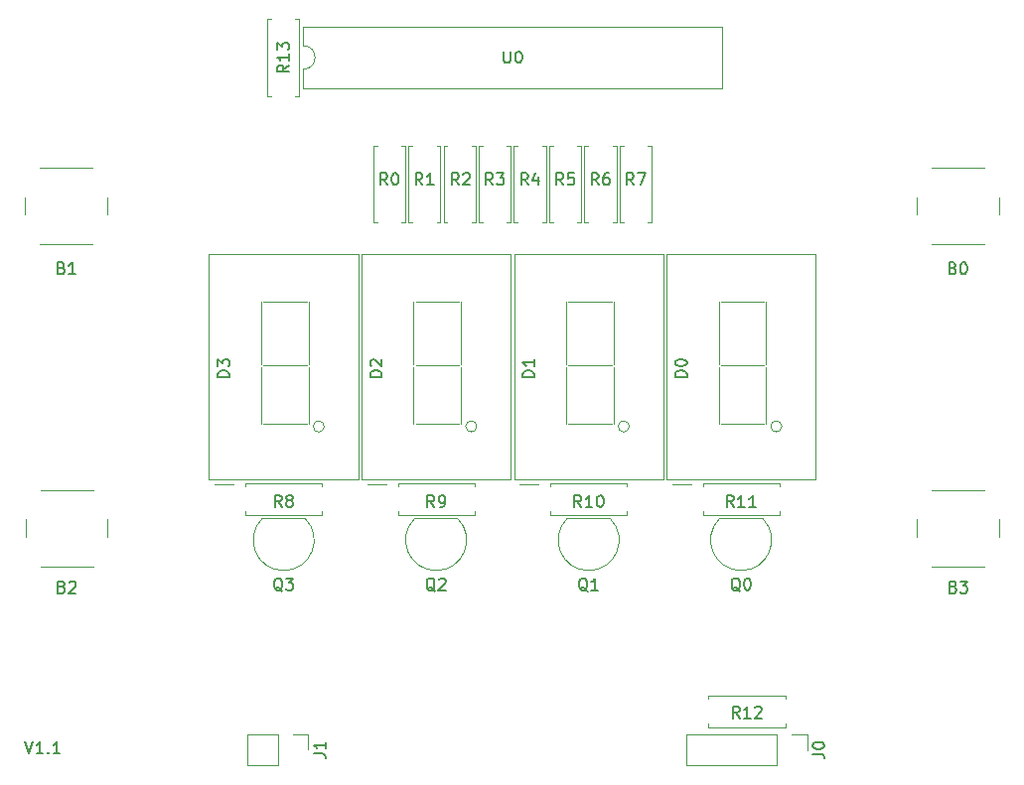
<source format=gbr>
%TF.GenerationSoftware,KiCad,Pcbnew,6.0.7*%
%TF.CreationDate,2022-08-19T20:39:02-07:00*%
%TF.ProjectId,thermometer-digital-min_max-pcb,74686572-6d6f-46d6-9574-65722d646967,rev?*%
%TF.SameCoordinates,Original*%
%TF.FileFunction,Legend,Top*%
%TF.FilePolarity,Positive*%
%FSLAX46Y46*%
G04 Gerber Fmt 4.6, Leading zero omitted, Abs format (unit mm)*
G04 Created by KiCad (PCBNEW 6.0.7) date 2022-08-19 20:39:02*
%MOMM*%
%LPD*%
G01*
G04 APERTURE LIST*
%ADD10C,0.150000*%
%ADD11C,0.120000*%
G04 APERTURE END LIST*
D10*
X110476190Y-109452380D02*
X110809523Y-110452380D01*
X111142857Y-109452380D01*
X112000000Y-110452380D02*
X111428571Y-110452380D01*
X111714285Y-110452380D02*
X111714285Y-109452380D01*
X111619047Y-109595238D01*
X111523809Y-109690476D01*
X111428571Y-109738095D01*
X112428571Y-110357142D02*
X112476190Y-110404761D01*
X112428571Y-110452380D01*
X112380952Y-110404761D01*
X112428571Y-110357142D01*
X112428571Y-110452380D01*
X113428571Y-110452380D02*
X112857142Y-110452380D01*
X113142857Y-110452380D02*
X113142857Y-109452380D01*
X113047619Y-109595238D01*
X112952380Y-109690476D01*
X112857142Y-109738095D01*
%TO.C,R4*%
X153333333Y-61952380D02*
X153000000Y-61476190D01*
X152761904Y-61952380D02*
X152761904Y-60952380D01*
X153142857Y-60952380D01*
X153238095Y-61000000D01*
X153285714Y-61047619D01*
X153333333Y-61142857D01*
X153333333Y-61285714D01*
X153285714Y-61380952D01*
X153238095Y-61428571D01*
X153142857Y-61476190D01*
X152761904Y-61476190D01*
X154190476Y-61285714D02*
X154190476Y-61952380D01*
X153952380Y-60904761D02*
X153714285Y-61619047D01*
X154333333Y-61619047D01*
%TO.C,R0*%
X141333333Y-61952380D02*
X141000000Y-61476190D01*
X140761904Y-61952380D02*
X140761904Y-60952380D01*
X141142857Y-60952380D01*
X141238095Y-61000000D01*
X141285714Y-61047619D01*
X141333333Y-61142857D01*
X141333333Y-61285714D01*
X141285714Y-61380952D01*
X141238095Y-61428571D01*
X141142857Y-61476190D01*
X140761904Y-61476190D01*
X141952380Y-60952380D02*
X142047619Y-60952380D01*
X142142857Y-61000000D01*
X142190476Y-61047619D01*
X142238095Y-61142857D01*
X142285714Y-61333333D01*
X142285714Y-61571428D01*
X142238095Y-61761904D01*
X142190476Y-61857142D01*
X142142857Y-61904761D01*
X142047619Y-61952380D01*
X141952380Y-61952380D01*
X141857142Y-61904761D01*
X141809523Y-61857142D01*
X141761904Y-61761904D01*
X141714285Y-61571428D01*
X141714285Y-61333333D01*
X141761904Y-61142857D01*
X141809523Y-61047619D01*
X141857142Y-61000000D01*
X141952380Y-60952380D01*
%TO.C,J1*%
X135057380Y-110473333D02*
X135771666Y-110473333D01*
X135914523Y-110520952D01*
X136009761Y-110616190D01*
X136057380Y-110759047D01*
X136057380Y-110854285D01*
X136057380Y-109473333D02*
X136057380Y-110044761D01*
X136057380Y-109759047D02*
X135057380Y-109759047D01*
X135200238Y-109854285D01*
X135295476Y-109949523D01*
X135343095Y-110044761D01*
%TO.C,D2*%
X140872380Y-78360595D02*
X139872380Y-78360595D01*
X139872380Y-78122500D01*
X139920000Y-77979642D01*
X140015238Y-77884404D01*
X140110476Y-77836785D01*
X140300952Y-77789166D01*
X140443809Y-77789166D01*
X140634285Y-77836785D01*
X140729523Y-77884404D01*
X140824761Y-77979642D01*
X140872380Y-78122500D01*
X140872380Y-78360595D01*
X139967619Y-77408214D02*
X139920000Y-77360595D01*
X139872380Y-77265357D01*
X139872380Y-77027261D01*
X139920000Y-76932023D01*
X139967619Y-76884404D01*
X140062857Y-76836785D01*
X140158095Y-76836785D01*
X140300952Y-76884404D01*
X140872380Y-77455833D01*
X140872380Y-76836785D01*
%TO.C,R9*%
X145333333Y-89452380D02*
X145000000Y-88976190D01*
X144761904Y-89452380D02*
X144761904Y-88452380D01*
X145142857Y-88452380D01*
X145238095Y-88500000D01*
X145285714Y-88547619D01*
X145333333Y-88642857D01*
X145333333Y-88785714D01*
X145285714Y-88880952D01*
X145238095Y-88928571D01*
X145142857Y-88976190D01*
X144761904Y-88976190D01*
X145809523Y-89452380D02*
X146000000Y-89452380D01*
X146095238Y-89404761D01*
X146142857Y-89357142D01*
X146238095Y-89214285D01*
X146285714Y-89023809D01*
X146285714Y-88642857D01*
X146238095Y-88547619D01*
X146190476Y-88500000D01*
X146095238Y-88452380D01*
X145904761Y-88452380D01*
X145809523Y-88500000D01*
X145761904Y-88547619D01*
X145714285Y-88642857D01*
X145714285Y-88880952D01*
X145761904Y-88976190D01*
X145809523Y-89023809D01*
X145904761Y-89071428D01*
X146095238Y-89071428D01*
X146190476Y-89023809D01*
X146238095Y-88976190D01*
X146285714Y-88880952D01*
%TO.C,D0*%
X166872380Y-78360595D02*
X165872380Y-78360595D01*
X165872380Y-78122500D01*
X165920000Y-77979642D01*
X166015238Y-77884404D01*
X166110476Y-77836785D01*
X166300952Y-77789166D01*
X166443809Y-77789166D01*
X166634285Y-77836785D01*
X166729523Y-77884404D01*
X166824761Y-77979642D01*
X166872380Y-78122500D01*
X166872380Y-78360595D01*
X165872380Y-77170119D02*
X165872380Y-77074880D01*
X165920000Y-76979642D01*
X165967619Y-76932023D01*
X166062857Y-76884404D01*
X166253333Y-76836785D01*
X166491428Y-76836785D01*
X166681904Y-76884404D01*
X166777142Y-76932023D01*
X166824761Y-76979642D01*
X166872380Y-77074880D01*
X166872380Y-77170119D01*
X166824761Y-77265357D01*
X166777142Y-77312976D01*
X166681904Y-77360595D01*
X166491428Y-77408214D01*
X166253333Y-77408214D01*
X166062857Y-77360595D01*
X165967619Y-77312976D01*
X165920000Y-77265357D01*
X165872380Y-77170119D01*
%TO.C,R1*%
X144333333Y-61952380D02*
X144000000Y-61476190D01*
X143761904Y-61952380D02*
X143761904Y-60952380D01*
X144142857Y-60952380D01*
X144238095Y-61000000D01*
X144285714Y-61047619D01*
X144333333Y-61142857D01*
X144333333Y-61285714D01*
X144285714Y-61380952D01*
X144238095Y-61428571D01*
X144142857Y-61476190D01*
X143761904Y-61476190D01*
X145285714Y-61952380D02*
X144714285Y-61952380D01*
X145000000Y-61952380D02*
X145000000Y-60952380D01*
X144904761Y-61095238D01*
X144809523Y-61190476D01*
X144714285Y-61238095D01*
%TO.C,U0*%
X151248095Y-50552380D02*
X151248095Y-51361904D01*
X151295714Y-51457142D01*
X151343333Y-51504761D01*
X151438571Y-51552380D01*
X151629047Y-51552380D01*
X151724285Y-51504761D01*
X151771904Y-51457142D01*
X151819523Y-51361904D01*
X151819523Y-50552380D01*
X152486190Y-50552380D02*
X152581428Y-50552380D01*
X152676666Y-50600000D01*
X152724285Y-50647619D01*
X152771904Y-50742857D01*
X152819523Y-50933333D01*
X152819523Y-51171428D01*
X152771904Y-51361904D01*
X152724285Y-51457142D01*
X152676666Y-51504761D01*
X152581428Y-51552380D01*
X152486190Y-51552380D01*
X152390952Y-51504761D01*
X152343333Y-51457142D01*
X152295714Y-51361904D01*
X152248095Y-51171428D01*
X152248095Y-50933333D01*
X152295714Y-50742857D01*
X152343333Y-50647619D01*
X152390952Y-50600000D01*
X152486190Y-50552380D01*
%TO.C,R8*%
X132333333Y-89452380D02*
X132000000Y-88976190D01*
X131761904Y-89452380D02*
X131761904Y-88452380D01*
X132142857Y-88452380D01*
X132238095Y-88500000D01*
X132285714Y-88547619D01*
X132333333Y-88642857D01*
X132333333Y-88785714D01*
X132285714Y-88880952D01*
X132238095Y-88928571D01*
X132142857Y-88976190D01*
X131761904Y-88976190D01*
X132904761Y-88880952D02*
X132809523Y-88833333D01*
X132761904Y-88785714D01*
X132714285Y-88690476D01*
X132714285Y-88642857D01*
X132761904Y-88547619D01*
X132809523Y-88500000D01*
X132904761Y-88452380D01*
X133095238Y-88452380D01*
X133190476Y-88500000D01*
X133238095Y-88547619D01*
X133285714Y-88642857D01*
X133285714Y-88690476D01*
X133238095Y-88785714D01*
X133190476Y-88833333D01*
X133095238Y-88880952D01*
X132904761Y-88880952D01*
X132809523Y-88928571D01*
X132761904Y-88976190D01*
X132714285Y-89071428D01*
X132714285Y-89261904D01*
X132761904Y-89357142D01*
X132809523Y-89404761D01*
X132904761Y-89452380D01*
X133095238Y-89452380D01*
X133190476Y-89404761D01*
X133238095Y-89357142D01*
X133285714Y-89261904D01*
X133285714Y-89071428D01*
X133238095Y-88976190D01*
X133190476Y-88928571D01*
X133095238Y-88880952D01*
%TO.C,Q2*%
X145404761Y-96617619D02*
X145309523Y-96570000D01*
X145214285Y-96474761D01*
X145071428Y-96331904D01*
X144976190Y-96284285D01*
X144880952Y-96284285D01*
X144928571Y-96522380D02*
X144833333Y-96474761D01*
X144738095Y-96379523D01*
X144690476Y-96189047D01*
X144690476Y-95855714D01*
X144738095Y-95665238D01*
X144833333Y-95570000D01*
X144928571Y-95522380D01*
X145119047Y-95522380D01*
X145214285Y-95570000D01*
X145309523Y-95665238D01*
X145357142Y-95855714D01*
X145357142Y-96189047D01*
X145309523Y-96379523D01*
X145214285Y-96474761D01*
X145119047Y-96522380D01*
X144928571Y-96522380D01*
X145738095Y-95617619D02*
X145785714Y-95570000D01*
X145880952Y-95522380D01*
X146119047Y-95522380D01*
X146214285Y-95570000D01*
X146261904Y-95617619D01*
X146309523Y-95712857D01*
X146309523Y-95808095D01*
X146261904Y-95950952D01*
X145690476Y-96522380D01*
X146309523Y-96522380D01*
%TO.C,R13*%
X132952380Y-51742857D02*
X132476190Y-52076190D01*
X132952380Y-52314285D02*
X131952380Y-52314285D01*
X131952380Y-51933333D01*
X132000000Y-51838095D01*
X132047619Y-51790476D01*
X132142857Y-51742857D01*
X132285714Y-51742857D01*
X132380952Y-51790476D01*
X132428571Y-51838095D01*
X132476190Y-51933333D01*
X132476190Y-52314285D01*
X132952380Y-50790476D02*
X132952380Y-51361904D01*
X132952380Y-51076190D02*
X131952380Y-51076190D01*
X132095238Y-51171428D01*
X132190476Y-51266666D01*
X132238095Y-51361904D01*
X131952380Y-50457142D02*
X131952380Y-49838095D01*
X132333333Y-50171428D01*
X132333333Y-50028571D01*
X132380952Y-49933333D01*
X132428571Y-49885714D01*
X132523809Y-49838095D01*
X132761904Y-49838095D01*
X132857142Y-49885714D01*
X132904761Y-49933333D01*
X132952380Y-50028571D01*
X132952380Y-50314285D01*
X132904761Y-50409523D01*
X132857142Y-50457142D01*
%TO.C,R10*%
X157857142Y-89452380D02*
X157523809Y-88976190D01*
X157285714Y-89452380D02*
X157285714Y-88452380D01*
X157666666Y-88452380D01*
X157761904Y-88500000D01*
X157809523Y-88547619D01*
X157857142Y-88642857D01*
X157857142Y-88785714D01*
X157809523Y-88880952D01*
X157761904Y-88928571D01*
X157666666Y-88976190D01*
X157285714Y-88976190D01*
X158809523Y-89452380D02*
X158238095Y-89452380D01*
X158523809Y-89452380D02*
X158523809Y-88452380D01*
X158428571Y-88595238D01*
X158333333Y-88690476D01*
X158238095Y-88738095D01*
X159428571Y-88452380D02*
X159523809Y-88452380D01*
X159619047Y-88500000D01*
X159666666Y-88547619D01*
X159714285Y-88642857D01*
X159761904Y-88833333D01*
X159761904Y-89071428D01*
X159714285Y-89261904D01*
X159666666Y-89357142D01*
X159619047Y-89404761D01*
X159523809Y-89452380D01*
X159428571Y-89452380D01*
X159333333Y-89404761D01*
X159285714Y-89357142D01*
X159238095Y-89261904D01*
X159190476Y-89071428D01*
X159190476Y-88833333D01*
X159238095Y-88642857D01*
X159285714Y-88547619D01*
X159333333Y-88500000D01*
X159428571Y-88452380D01*
%TO.C,R5*%
X156333333Y-61952380D02*
X156000000Y-61476190D01*
X155761904Y-61952380D02*
X155761904Y-60952380D01*
X156142857Y-60952380D01*
X156238095Y-61000000D01*
X156285714Y-61047619D01*
X156333333Y-61142857D01*
X156333333Y-61285714D01*
X156285714Y-61380952D01*
X156238095Y-61428571D01*
X156142857Y-61476190D01*
X155761904Y-61476190D01*
X157238095Y-60952380D02*
X156761904Y-60952380D01*
X156714285Y-61428571D01*
X156761904Y-61380952D01*
X156857142Y-61333333D01*
X157095238Y-61333333D01*
X157190476Y-61380952D01*
X157238095Y-61428571D01*
X157285714Y-61523809D01*
X157285714Y-61761904D01*
X157238095Y-61857142D01*
X157190476Y-61904761D01*
X157095238Y-61952380D01*
X156857142Y-61952380D01*
X156761904Y-61904761D01*
X156714285Y-61857142D01*
%TO.C,R3*%
X150333333Y-61952380D02*
X150000000Y-61476190D01*
X149761904Y-61952380D02*
X149761904Y-60952380D01*
X150142857Y-60952380D01*
X150238095Y-61000000D01*
X150285714Y-61047619D01*
X150333333Y-61142857D01*
X150333333Y-61285714D01*
X150285714Y-61380952D01*
X150238095Y-61428571D01*
X150142857Y-61476190D01*
X149761904Y-61476190D01*
X150666666Y-60952380D02*
X151285714Y-60952380D01*
X150952380Y-61333333D01*
X151095238Y-61333333D01*
X151190476Y-61380952D01*
X151238095Y-61428571D01*
X151285714Y-61523809D01*
X151285714Y-61761904D01*
X151238095Y-61857142D01*
X151190476Y-61904761D01*
X151095238Y-61952380D01*
X150809523Y-61952380D01*
X150714285Y-61904761D01*
X150666666Y-61857142D01*
%TO.C,B0*%
X189555238Y-69048571D02*
X189698095Y-69096190D01*
X189745714Y-69143809D01*
X189793333Y-69239047D01*
X189793333Y-69381904D01*
X189745714Y-69477142D01*
X189698095Y-69524761D01*
X189602857Y-69572380D01*
X189221904Y-69572380D01*
X189221904Y-68572380D01*
X189555238Y-68572380D01*
X189650476Y-68620000D01*
X189698095Y-68667619D01*
X189745714Y-68762857D01*
X189745714Y-68858095D01*
X189698095Y-68953333D01*
X189650476Y-69000952D01*
X189555238Y-69048571D01*
X189221904Y-69048571D01*
X190412380Y-68572380D02*
X190507619Y-68572380D01*
X190602857Y-68620000D01*
X190650476Y-68667619D01*
X190698095Y-68762857D01*
X190745714Y-68953333D01*
X190745714Y-69191428D01*
X190698095Y-69381904D01*
X190650476Y-69477142D01*
X190602857Y-69524761D01*
X190507619Y-69572380D01*
X190412380Y-69572380D01*
X190317142Y-69524761D01*
X190269523Y-69477142D01*
X190221904Y-69381904D01*
X190174285Y-69191428D01*
X190174285Y-68953333D01*
X190221904Y-68762857D01*
X190269523Y-68667619D01*
X190317142Y-68620000D01*
X190412380Y-68572380D01*
%TO.C,B3*%
X189595238Y-96258571D02*
X189738095Y-96306190D01*
X189785714Y-96353809D01*
X189833333Y-96449047D01*
X189833333Y-96591904D01*
X189785714Y-96687142D01*
X189738095Y-96734761D01*
X189642857Y-96782380D01*
X189261904Y-96782380D01*
X189261904Y-95782380D01*
X189595238Y-95782380D01*
X189690476Y-95830000D01*
X189738095Y-95877619D01*
X189785714Y-95972857D01*
X189785714Y-96068095D01*
X189738095Y-96163333D01*
X189690476Y-96210952D01*
X189595238Y-96258571D01*
X189261904Y-96258571D01*
X190166666Y-95782380D02*
X190785714Y-95782380D01*
X190452380Y-96163333D01*
X190595238Y-96163333D01*
X190690476Y-96210952D01*
X190738095Y-96258571D01*
X190785714Y-96353809D01*
X190785714Y-96591904D01*
X190738095Y-96687142D01*
X190690476Y-96734761D01*
X190595238Y-96782380D01*
X190309523Y-96782380D01*
X190214285Y-96734761D01*
X190166666Y-96687142D01*
%TO.C,R11*%
X170857142Y-89452380D02*
X170523809Y-88976190D01*
X170285714Y-89452380D02*
X170285714Y-88452380D01*
X170666666Y-88452380D01*
X170761904Y-88500000D01*
X170809523Y-88547619D01*
X170857142Y-88642857D01*
X170857142Y-88785714D01*
X170809523Y-88880952D01*
X170761904Y-88928571D01*
X170666666Y-88976190D01*
X170285714Y-88976190D01*
X171809523Y-89452380D02*
X171238095Y-89452380D01*
X171523809Y-89452380D02*
X171523809Y-88452380D01*
X171428571Y-88595238D01*
X171333333Y-88690476D01*
X171238095Y-88738095D01*
X172761904Y-89452380D02*
X172190476Y-89452380D01*
X172476190Y-89452380D02*
X172476190Y-88452380D01*
X172380952Y-88595238D01*
X172285714Y-88690476D01*
X172190476Y-88738095D01*
%TO.C,R6*%
X159333333Y-61952380D02*
X159000000Y-61476190D01*
X158761904Y-61952380D02*
X158761904Y-60952380D01*
X159142857Y-60952380D01*
X159238095Y-61000000D01*
X159285714Y-61047619D01*
X159333333Y-61142857D01*
X159333333Y-61285714D01*
X159285714Y-61380952D01*
X159238095Y-61428571D01*
X159142857Y-61476190D01*
X158761904Y-61476190D01*
X160190476Y-60952380D02*
X160000000Y-60952380D01*
X159904761Y-61000000D01*
X159857142Y-61047619D01*
X159761904Y-61190476D01*
X159714285Y-61380952D01*
X159714285Y-61761904D01*
X159761904Y-61857142D01*
X159809523Y-61904761D01*
X159904761Y-61952380D01*
X160095238Y-61952380D01*
X160190476Y-61904761D01*
X160238095Y-61857142D01*
X160285714Y-61761904D01*
X160285714Y-61523809D01*
X160238095Y-61428571D01*
X160190476Y-61380952D01*
X160095238Y-61333333D01*
X159904761Y-61333333D01*
X159809523Y-61380952D01*
X159761904Y-61428571D01*
X159714285Y-61523809D01*
%TO.C,B2*%
X113595238Y-96258571D02*
X113738095Y-96306190D01*
X113785714Y-96353809D01*
X113833333Y-96449047D01*
X113833333Y-96591904D01*
X113785714Y-96687142D01*
X113738095Y-96734761D01*
X113642857Y-96782380D01*
X113261904Y-96782380D01*
X113261904Y-95782380D01*
X113595238Y-95782380D01*
X113690476Y-95830000D01*
X113738095Y-95877619D01*
X113785714Y-95972857D01*
X113785714Y-96068095D01*
X113738095Y-96163333D01*
X113690476Y-96210952D01*
X113595238Y-96258571D01*
X113261904Y-96258571D01*
X114214285Y-95877619D02*
X114261904Y-95830000D01*
X114357142Y-95782380D01*
X114595238Y-95782380D01*
X114690476Y-95830000D01*
X114738095Y-95877619D01*
X114785714Y-95972857D01*
X114785714Y-96068095D01*
X114738095Y-96210952D01*
X114166666Y-96782380D01*
X114785714Y-96782380D01*
%TO.C,Q3*%
X132404761Y-96617619D02*
X132309523Y-96570000D01*
X132214285Y-96474761D01*
X132071428Y-96331904D01*
X131976190Y-96284285D01*
X131880952Y-96284285D01*
X131928571Y-96522380D02*
X131833333Y-96474761D01*
X131738095Y-96379523D01*
X131690476Y-96189047D01*
X131690476Y-95855714D01*
X131738095Y-95665238D01*
X131833333Y-95570000D01*
X131928571Y-95522380D01*
X132119047Y-95522380D01*
X132214285Y-95570000D01*
X132309523Y-95665238D01*
X132357142Y-95855714D01*
X132357142Y-96189047D01*
X132309523Y-96379523D01*
X132214285Y-96474761D01*
X132119047Y-96522380D01*
X131928571Y-96522380D01*
X132690476Y-95522380D02*
X133309523Y-95522380D01*
X132976190Y-95903333D01*
X133119047Y-95903333D01*
X133214285Y-95950952D01*
X133261904Y-95998571D01*
X133309523Y-96093809D01*
X133309523Y-96331904D01*
X133261904Y-96427142D01*
X133214285Y-96474761D01*
X133119047Y-96522380D01*
X132833333Y-96522380D01*
X132738095Y-96474761D01*
X132690476Y-96427142D01*
%TO.C,D3*%
X127872380Y-78360595D02*
X126872380Y-78360595D01*
X126872380Y-78122500D01*
X126920000Y-77979642D01*
X127015238Y-77884404D01*
X127110476Y-77836785D01*
X127300952Y-77789166D01*
X127443809Y-77789166D01*
X127634285Y-77836785D01*
X127729523Y-77884404D01*
X127824761Y-77979642D01*
X127872380Y-78122500D01*
X127872380Y-78360595D01*
X126872380Y-77455833D02*
X126872380Y-76836785D01*
X127253333Y-77170119D01*
X127253333Y-77027261D01*
X127300952Y-76932023D01*
X127348571Y-76884404D01*
X127443809Y-76836785D01*
X127681904Y-76836785D01*
X127777142Y-76884404D01*
X127824761Y-76932023D01*
X127872380Y-77027261D01*
X127872380Y-77312976D01*
X127824761Y-77408214D01*
X127777142Y-77455833D01*
%TO.C,B1*%
X113555238Y-69048571D02*
X113698095Y-69096190D01*
X113745714Y-69143809D01*
X113793333Y-69239047D01*
X113793333Y-69381904D01*
X113745714Y-69477142D01*
X113698095Y-69524761D01*
X113602857Y-69572380D01*
X113221904Y-69572380D01*
X113221904Y-68572380D01*
X113555238Y-68572380D01*
X113650476Y-68620000D01*
X113698095Y-68667619D01*
X113745714Y-68762857D01*
X113745714Y-68858095D01*
X113698095Y-68953333D01*
X113650476Y-69000952D01*
X113555238Y-69048571D01*
X113221904Y-69048571D01*
X114745714Y-69572380D02*
X114174285Y-69572380D01*
X114460000Y-69572380D02*
X114460000Y-68572380D01*
X114364761Y-68715238D01*
X114269523Y-68810476D01*
X114174285Y-68858095D01*
%TO.C,R7*%
X162333333Y-61952380D02*
X162000000Y-61476190D01*
X161761904Y-61952380D02*
X161761904Y-60952380D01*
X162142857Y-60952380D01*
X162238095Y-61000000D01*
X162285714Y-61047619D01*
X162333333Y-61142857D01*
X162333333Y-61285714D01*
X162285714Y-61380952D01*
X162238095Y-61428571D01*
X162142857Y-61476190D01*
X161761904Y-61476190D01*
X162666666Y-60952380D02*
X163333333Y-60952380D01*
X162904761Y-61952380D01*
%TO.C,Q1*%
X158404761Y-96617619D02*
X158309523Y-96570000D01*
X158214285Y-96474761D01*
X158071428Y-96331904D01*
X157976190Y-96284285D01*
X157880952Y-96284285D01*
X157928571Y-96522380D02*
X157833333Y-96474761D01*
X157738095Y-96379523D01*
X157690476Y-96189047D01*
X157690476Y-95855714D01*
X157738095Y-95665238D01*
X157833333Y-95570000D01*
X157928571Y-95522380D01*
X158119047Y-95522380D01*
X158214285Y-95570000D01*
X158309523Y-95665238D01*
X158357142Y-95855714D01*
X158357142Y-96189047D01*
X158309523Y-96379523D01*
X158214285Y-96474761D01*
X158119047Y-96522380D01*
X157928571Y-96522380D01*
X159309523Y-96522380D02*
X158738095Y-96522380D01*
X159023809Y-96522380D02*
X159023809Y-95522380D01*
X158928571Y-95665238D01*
X158833333Y-95760476D01*
X158738095Y-95808095D01*
%TO.C,R12*%
X171357142Y-107452380D02*
X171023809Y-106976190D01*
X170785714Y-107452380D02*
X170785714Y-106452380D01*
X171166666Y-106452380D01*
X171261904Y-106500000D01*
X171309523Y-106547619D01*
X171357142Y-106642857D01*
X171357142Y-106785714D01*
X171309523Y-106880952D01*
X171261904Y-106928571D01*
X171166666Y-106976190D01*
X170785714Y-106976190D01*
X172309523Y-107452380D02*
X171738095Y-107452380D01*
X172023809Y-107452380D02*
X172023809Y-106452380D01*
X171928571Y-106595238D01*
X171833333Y-106690476D01*
X171738095Y-106738095D01*
X172690476Y-106547619D02*
X172738095Y-106500000D01*
X172833333Y-106452380D01*
X173071428Y-106452380D01*
X173166666Y-106500000D01*
X173214285Y-106547619D01*
X173261904Y-106642857D01*
X173261904Y-106738095D01*
X173214285Y-106880952D01*
X172642857Y-107452380D01*
X173261904Y-107452380D01*
%TO.C,J0*%
X177582380Y-110503333D02*
X178296666Y-110503333D01*
X178439523Y-110550952D01*
X178534761Y-110646190D01*
X178582380Y-110789047D01*
X178582380Y-110884285D01*
X177582380Y-109836666D02*
X177582380Y-109741428D01*
X177630000Y-109646190D01*
X177677619Y-109598571D01*
X177772857Y-109550952D01*
X177963333Y-109503333D01*
X178201428Y-109503333D01*
X178391904Y-109550952D01*
X178487142Y-109598571D01*
X178534761Y-109646190D01*
X178582380Y-109741428D01*
X178582380Y-109836666D01*
X178534761Y-109931904D01*
X178487142Y-109979523D01*
X178391904Y-110027142D01*
X178201428Y-110074761D01*
X177963333Y-110074761D01*
X177772857Y-110027142D01*
X177677619Y-109979523D01*
X177630000Y-109931904D01*
X177582380Y-109836666D01*
%TO.C,D1*%
X153872380Y-78360595D02*
X152872380Y-78360595D01*
X152872380Y-78122500D01*
X152920000Y-77979642D01*
X153015238Y-77884404D01*
X153110476Y-77836785D01*
X153300952Y-77789166D01*
X153443809Y-77789166D01*
X153634285Y-77836785D01*
X153729523Y-77884404D01*
X153824761Y-77979642D01*
X153872380Y-78122500D01*
X153872380Y-78360595D01*
X153872380Y-76836785D02*
X153872380Y-77408214D01*
X153872380Y-77122500D02*
X152872380Y-77122500D01*
X153015238Y-77217738D01*
X153110476Y-77312976D01*
X153158095Y-77408214D01*
%TO.C,Q0*%
X171404761Y-96617619D02*
X171309523Y-96570000D01*
X171214285Y-96474761D01*
X171071428Y-96331904D01*
X170976190Y-96284285D01*
X170880952Y-96284285D01*
X170928571Y-96522380D02*
X170833333Y-96474761D01*
X170738095Y-96379523D01*
X170690476Y-96189047D01*
X170690476Y-95855714D01*
X170738095Y-95665238D01*
X170833333Y-95570000D01*
X170928571Y-95522380D01*
X171119047Y-95522380D01*
X171214285Y-95570000D01*
X171309523Y-95665238D01*
X171357142Y-95855714D01*
X171357142Y-96189047D01*
X171309523Y-96379523D01*
X171214285Y-96474761D01*
X171119047Y-96522380D01*
X170928571Y-96522380D01*
X171976190Y-95522380D02*
X172071428Y-95522380D01*
X172166666Y-95570000D01*
X172214285Y-95617619D01*
X172261904Y-95712857D01*
X172309523Y-95903333D01*
X172309523Y-96141428D01*
X172261904Y-96331904D01*
X172214285Y-96427142D01*
X172166666Y-96474761D01*
X172071428Y-96522380D01*
X171976190Y-96522380D01*
X171880952Y-96474761D01*
X171833333Y-96427142D01*
X171785714Y-96331904D01*
X171738095Y-96141428D01*
X171738095Y-95903333D01*
X171785714Y-95712857D01*
X171833333Y-95617619D01*
X171880952Y-95570000D01*
X171976190Y-95522380D01*
%TO.C,R2*%
X147433333Y-61952380D02*
X147100000Y-61476190D01*
X146861904Y-61952380D02*
X146861904Y-60952380D01*
X147242857Y-60952380D01*
X147338095Y-61000000D01*
X147385714Y-61047619D01*
X147433333Y-61142857D01*
X147433333Y-61285714D01*
X147385714Y-61380952D01*
X147338095Y-61428571D01*
X147242857Y-61476190D01*
X146861904Y-61476190D01*
X147814285Y-61047619D02*
X147861904Y-61000000D01*
X147957142Y-60952380D01*
X148195238Y-60952380D01*
X148290476Y-61000000D01*
X148338095Y-61047619D01*
X148385714Y-61142857D01*
X148385714Y-61238095D01*
X148338095Y-61380952D01*
X147766666Y-61952380D01*
X148385714Y-61952380D01*
D11*
%TO.C,R4*%
X154870000Y-65160000D02*
X154540000Y-65160000D01*
X154540000Y-58620000D02*
X154870000Y-58620000D01*
X152130000Y-58620000D02*
X152130000Y-65160000D01*
X154870000Y-58620000D02*
X154870000Y-65160000D01*
X152130000Y-65160000D02*
X152460000Y-65160000D01*
X152460000Y-58620000D02*
X152130000Y-58620000D01*
%TO.C,R0*%
X140130000Y-58620000D02*
X140130000Y-65160000D01*
X140460000Y-58620000D02*
X140130000Y-58620000D01*
X142540000Y-58620000D02*
X142870000Y-58620000D01*
X142870000Y-58620000D02*
X142870000Y-65160000D01*
X140130000Y-65160000D02*
X140460000Y-65160000D01*
X142870000Y-65160000D02*
X142540000Y-65160000D01*
%TO.C,J1*%
X132005000Y-111470000D02*
X129405000Y-111470000D01*
X132005000Y-108810000D02*
X129405000Y-108810000D01*
X129405000Y-108810000D02*
X129405000Y-111470000D01*
X133275000Y-108810000D02*
X134605000Y-108810000D01*
X132005000Y-108810000D02*
X132005000Y-111470000D01*
X134605000Y-108810000D02*
X134605000Y-110140000D01*
%TO.C,D2*%
X139620000Y-87460000D02*
X141230000Y-87460000D01*
X143579400Y-77474000D02*
X143579400Y-82376200D01*
X139140000Y-67890000D02*
X151860000Y-67890000D01*
X151860000Y-67890000D02*
X151860000Y-87110000D01*
X147618000Y-77474000D02*
X147618000Y-82376200D01*
X139140000Y-87110000D02*
X151860000Y-87110000D01*
X139140000Y-67890000D02*
X139140000Y-87110000D01*
X143579400Y-71936800D02*
X143579400Y-77296200D01*
X143757200Y-71911400D02*
X147440200Y-71911400D01*
X147618000Y-71936800D02*
X147618000Y-77296200D01*
X143757200Y-82376200D02*
X147440200Y-82376200D01*
X143757200Y-77372400D02*
X147440200Y-77372400D01*
X148962467Y-82562467D02*
G75*
G03*
X148962467Y-82562467I-472467J0D01*
G01*
%TO.C,R9*%
X142230000Y-87380000D02*
X142230000Y-87710000D01*
X148770000Y-90120000D02*
X142230000Y-90120000D01*
X142230000Y-90120000D02*
X142230000Y-89790000D01*
X148770000Y-87710000D02*
X148770000Y-87380000D01*
X148770000Y-87380000D02*
X142230000Y-87380000D01*
X148770000Y-89790000D02*
X148770000Y-90120000D01*
%TO.C,D0*%
X169757200Y-77372400D02*
X173440200Y-77372400D01*
X177860000Y-67890000D02*
X177860000Y-87110000D01*
X169757200Y-71911400D02*
X173440200Y-71911400D01*
X165140000Y-87110000D02*
X177860000Y-87110000D01*
X169579400Y-71936800D02*
X169579400Y-77296200D01*
X173618000Y-71936800D02*
X173618000Y-77296200D01*
X165140000Y-67890000D02*
X177860000Y-67890000D01*
X173618000Y-77474000D02*
X173618000Y-82376200D01*
X169757200Y-82376200D02*
X173440200Y-82376200D01*
X165620000Y-87460000D02*
X167230000Y-87460000D01*
X169579400Y-77474000D02*
X169579400Y-82376200D01*
X165140000Y-67890000D02*
X165140000Y-87110000D01*
X174962467Y-82562467D02*
G75*
G03*
X174962467Y-82562467I-472467J0D01*
G01*
%TO.C,R1*%
X145870000Y-58620000D02*
X145870000Y-65160000D01*
X145870000Y-65160000D02*
X145540000Y-65160000D01*
X145540000Y-58620000D02*
X145870000Y-58620000D01*
X143130000Y-65160000D02*
X143460000Y-65160000D01*
X143130000Y-58620000D02*
X143130000Y-65160000D01*
X143460000Y-58620000D02*
X143130000Y-58620000D01*
%TO.C,U0*%
X134170000Y-53740000D02*
X169850000Y-53740000D01*
X134170000Y-52090000D02*
X134170000Y-53740000D01*
X169850000Y-53740000D02*
X169850000Y-48440000D01*
X134170000Y-48440000D02*
X134170000Y-50090000D01*
X169850000Y-48440000D02*
X134170000Y-48440000D01*
X134170000Y-52090000D02*
G75*
G03*
X134170000Y-50090000I0J1000000D01*
G01*
%TO.C,R8*%
X135770000Y-90120000D02*
X129230000Y-90120000D01*
X135770000Y-87380000D02*
X129230000Y-87380000D01*
X129230000Y-87380000D02*
X129230000Y-87710000D01*
X135770000Y-89790000D02*
X135770000Y-90120000D01*
X129230000Y-90120000D02*
X129230000Y-89790000D01*
X135770000Y-87710000D02*
X135770000Y-87380000D01*
%TO.C,Q2*%
X147300000Y-90410000D02*
X143700000Y-90410000D01*
X145500000Y-94860001D02*
G75*
G03*
X147338478Y-90421522I0J2600001D01*
G01*
X143661522Y-90421522D02*
G75*
G03*
X145500000Y-94860000I1838478J-1838478D01*
G01*
%TO.C,R13*%
X133820000Y-54370000D02*
X133820000Y-47830000D01*
X131080000Y-54370000D02*
X131080000Y-47830000D01*
X131410000Y-54370000D02*
X131080000Y-54370000D01*
X131080000Y-47830000D02*
X131410000Y-47830000D01*
X133820000Y-47830000D02*
X133490000Y-47830000D01*
X133490000Y-54370000D02*
X133820000Y-54370000D01*
%TO.C,R10*%
X161770000Y-87710000D02*
X161770000Y-87380000D01*
X161770000Y-89790000D02*
X161770000Y-90120000D01*
X161770000Y-90120000D02*
X155230000Y-90120000D01*
X161770000Y-87380000D02*
X155230000Y-87380000D01*
X155230000Y-87380000D02*
X155230000Y-87710000D01*
X155230000Y-90120000D02*
X155230000Y-89790000D01*
%TO.C,R5*%
X155130000Y-58620000D02*
X155130000Y-65160000D01*
X155460000Y-58620000D02*
X155130000Y-58620000D01*
X157540000Y-58620000D02*
X157870000Y-58620000D01*
X157870000Y-58620000D02*
X157870000Y-65160000D01*
X157870000Y-65160000D02*
X157540000Y-65160000D01*
X155130000Y-65160000D02*
X155460000Y-65160000D01*
%TO.C,R3*%
X149460000Y-58620000D02*
X149130000Y-58620000D01*
X151870000Y-58620000D02*
X151870000Y-65160000D01*
X151870000Y-65160000D02*
X151540000Y-65160000D01*
X149130000Y-58620000D02*
X149130000Y-65160000D01*
X149130000Y-65160000D02*
X149460000Y-65160000D01*
X151540000Y-58620000D02*
X151870000Y-58620000D01*
%TO.C,B0*%
X192210000Y-60500000D02*
X187710000Y-60500000D01*
X193460000Y-64500000D02*
X193460000Y-63000000D01*
X187710000Y-67000000D02*
X192210000Y-67000000D01*
X186460000Y-63000000D02*
X186460000Y-64500000D01*
%TO.C,B3*%
X186500000Y-90500000D02*
X186500000Y-92000000D01*
X193500000Y-92000000D02*
X193500000Y-90500000D01*
X192250000Y-88000000D02*
X187750000Y-88000000D01*
X187750000Y-94500000D02*
X192250000Y-94500000D01*
%TO.C,R11*%
X174770000Y-89790000D02*
X174770000Y-90120000D01*
X174770000Y-87710000D02*
X174770000Y-87380000D01*
X174770000Y-87380000D02*
X168230000Y-87380000D01*
X168230000Y-90120000D02*
X168230000Y-89790000D01*
X174770000Y-90120000D02*
X168230000Y-90120000D01*
X168230000Y-87380000D02*
X168230000Y-87710000D01*
%TO.C,R6*%
X160540000Y-58620000D02*
X160870000Y-58620000D01*
X160870000Y-58620000D02*
X160870000Y-65160000D01*
X158130000Y-58620000D02*
X158130000Y-65160000D01*
X160870000Y-65160000D02*
X160540000Y-65160000D01*
X158130000Y-65160000D02*
X158460000Y-65160000D01*
X158460000Y-58620000D02*
X158130000Y-58620000D01*
%TO.C,B2*%
X117500000Y-92000000D02*
X117500000Y-90500000D01*
X116250000Y-88000000D02*
X111750000Y-88000000D01*
X110500000Y-90500000D02*
X110500000Y-92000000D01*
X111750000Y-94500000D02*
X116250000Y-94500000D01*
%TO.C,Q3*%
X134300000Y-90410000D02*
X130700000Y-90410000D01*
X130661522Y-90421522D02*
G75*
G03*
X132500000Y-94860000I1838478J-1838478D01*
G01*
X132500000Y-94860001D02*
G75*
G03*
X134338478Y-90421522I0J2600001D01*
G01*
%TO.C,D3*%
X130757200Y-77372400D02*
X134440200Y-77372400D01*
X130579400Y-77474000D02*
X130579400Y-82376200D01*
X130757200Y-71911400D02*
X134440200Y-71911400D01*
X130579400Y-71936800D02*
X130579400Y-77296200D01*
X126140000Y-67890000D02*
X126140000Y-87110000D01*
X138860000Y-67890000D02*
X138860000Y-87110000D01*
X126140000Y-67890000D02*
X138860000Y-67890000D01*
X130757200Y-82376200D02*
X134440200Y-82376200D01*
X126140000Y-87110000D02*
X138860000Y-87110000D01*
X134618000Y-77474000D02*
X134618000Y-82376200D01*
X134618000Y-71936800D02*
X134618000Y-77296200D01*
X126620000Y-87460000D02*
X128230000Y-87460000D01*
X135962467Y-82562467D02*
G75*
G03*
X135962467Y-82562467I-472467J0D01*
G01*
%TO.C,B1*%
X116210000Y-60500000D02*
X111710000Y-60500000D01*
X117460000Y-64500000D02*
X117460000Y-63000000D01*
X110460000Y-63000000D02*
X110460000Y-64500000D01*
X111710000Y-67000000D02*
X116210000Y-67000000D01*
%TO.C,R7*%
X161460000Y-58620000D02*
X161130000Y-58620000D01*
X163540000Y-58620000D02*
X163870000Y-58620000D01*
X163870000Y-65160000D02*
X163540000Y-65160000D01*
X161130000Y-58620000D02*
X161130000Y-65160000D01*
X161130000Y-65160000D02*
X161460000Y-65160000D01*
X163870000Y-58620000D02*
X163870000Y-65160000D01*
%TO.C,Q1*%
X160300000Y-90410000D02*
X156700000Y-90410000D01*
X158500000Y-94860001D02*
G75*
G03*
X160338478Y-90421522I0J2600001D01*
G01*
X156661522Y-90421522D02*
G75*
G03*
X158500000Y-94860000I1838478J-1838478D01*
G01*
%TO.C,R12*%
X175270000Y-108240000D02*
X175270000Y-107910000D01*
X175270000Y-105500000D02*
X175270000Y-105830000D01*
X168730000Y-105500000D02*
X175270000Y-105500000D01*
X168730000Y-108240000D02*
X175270000Y-108240000D01*
X168730000Y-105830000D02*
X168730000Y-105500000D01*
X168730000Y-107910000D02*
X168730000Y-108240000D01*
%TO.C,J0*%
X166850000Y-108840000D02*
X166850000Y-111500000D01*
X174530000Y-108840000D02*
X166850000Y-108840000D01*
X177130000Y-108840000D02*
X177130000Y-110170000D01*
X175800000Y-108840000D02*
X177130000Y-108840000D01*
X174530000Y-108840000D02*
X174530000Y-111500000D01*
X174530000Y-111500000D02*
X166850000Y-111500000D01*
%TO.C,D1*%
X160618000Y-71936800D02*
X160618000Y-77296200D01*
X152140000Y-67890000D02*
X152140000Y-87110000D01*
X152620000Y-87460000D02*
X154230000Y-87460000D01*
X156757200Y-71911400D02*
X160440200Y-71911400D01*
X156579400Y-71936800D02*
X156579400Y-77296200D01*
X156757200Y-77372400D02*
X160440200Y-77372400D01*
X152140000Y-67890000D02*
X164860000Y-67890000D01*
X164860000Y-67890000D02*
X164860000Y-87110000D01*
X160618000Y-77474000D02*
X160618000Y-82376200D01*
X152140000Y-87110000D02*
X164860000Y-87110000D01*
X156579400Y-77474000D02*
X156579400Y-82376200D01*
X156757200Y-82376200D02*
X160440200Y-82376200D01*
X161962467Y-82562467D02*
G75*
G03*
X161962467Y-82562467I-472467J0D01*
G01*
%TO.C,Q0*%
X173300000Y-90410000D02*
X169700000Y-90410000D01*
X171500000Y-94860001D02*
G75*
G03*
X173338478Y-90421522I0J2600001D01*
G01*
X169661522Y-90421522D02*
G75*
G03*
X171500000Y-94860000I1838478J-1838478D01*
G01*
%TO.C,R2*%
X146130000Y-65160000D02*
X146460000Y-65160000D01*
X148870000Y-65160000D02*
X148540000Y-65160000D01*
X146130000Y-58620000D02*
X146130000Y-65160000D01*
X148870000Y-58620000D02*
X148870000Y-65160000D01*
X146460000Y-58620000D02*
X146130000Y-58620000D01*
X148540000Y-58620000D02*
X148870000Y-58620000D01*
%TD*%
M02*

</source>
